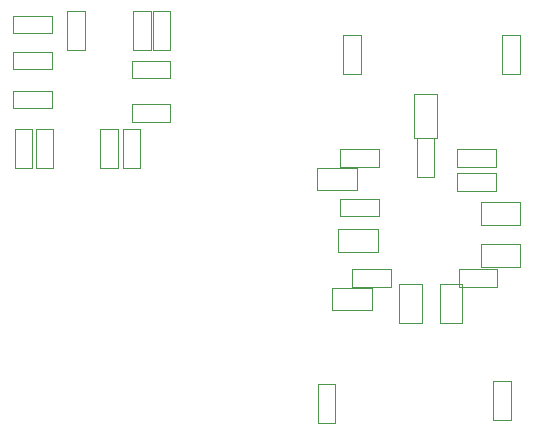
<source format=gbr>
G04 #@! TF.GenerationSoftware,KiCad,Pcbnew,(5.1.2-1)-1*
G04 #@! TF.CreationDate,2020-07-07T12:37:09+01:00*
G04 #@! TF.ProjectId,MZ80-80CLR,4d5a3830-2d38-4304-934c-522e6b696361,rev?*
G04 #@! TF.SameCoordinates,Original*
G04 #@! TF.FileFunction,Other,User*
%FSLAX46Y46*%
G04 Gerber Fmt 4.6, Leading zero omitted, Abs format (unit mm)*
G04 Created by KiCad (PCBNEW (5.1.2-1)-1) date 2020-07-07 12:37:09*
%MOMM*%
%LPD*%
G04 APERTURE LIST*
%ADD10C,0.050000*%
G04 APERTURE END LIST*
D10*
X113096000Y-77314000D02*
X113096000Y-80674000D01*
X114996000Y-77314000D02*
X113096000Y-77314000D01*
X114996000Y-80674000D02*
X114996000Y-77314000D01*
X113096000Y-80674000D02*
X114996000Y-80674000D01*
X116525000Y-77314000D02*
X116525000Y-80674000D01*
X118425000Y-77314000D02*
X116525000Y-77314000D01*
X118425000Y-80674000D02*
X118425000Y-77314000D01*
X116525000Y-80674000D02*
X118425000Y-80674000D01*
X119986000Y-72324000D02*
X123346000Y-72324000D01*
X119986000Y-70424000D02*
X119986000Y-72324000D01*
X123346000Y-70424000D02*
X119986000Y-70424000D01*
X123346000Y-72324000D02*
X123346000Y-70424000D01*
X110773000Y-77663000D02*
X107413000Y-77663000D01*
X110773000Y-79563000D02*
X110773000Y-77663000D01*
X107413000Y-79563000D02*
X110773000Y-79563000D01*
X107413000Y-77663000D02*
X107413000Y-79563000D01*
X119986000Y-75880000D02*
X123346000Y-75880000D01*
X119986000Y-73980000D02*
X119986000Y-75880000D01*
X123346000Y-73980000D02*
X119986000Y-73980000D01*
X123346000Y-75880000D02*
X123346000Y-73980000D01*
X111281000Y-72710000D02*
X107921000Y-72710000D01*
X111281000Y-74610000D02*
X111281000Y-72710000D01*
X107921000Y-74610000D02*
X111281000Y-74610000D01*
X107921000Y-72710000D02*
X107921000Y-74610000D01*
X109503000Y-67503000D02*
X106143000Y-67503000D01*
X109503000Y-69403000D02*
X109503000Y-67503000D01*
X106143000Y-69403000D02*
X109503000Y-69403000D01*
X106143000Y-67503000D02*
X106143000Y-69403000D01*
X114366000Y-61269000D02*
X114366000Y-64969000D01*
X116266000Y-61269000D02*
X114366000Y-61269000D01*
X116266000Y-64969000D02*
X116266000Y-61269000D01*
X114366000Y-64969000D02*
X116266000Y-64969000D01*
X80550000Y-64263000D02*
X80550000Y-67563000D01*
X82010000Y-64263000D02*
X80550000Y-64263000D01*
X82010000Y-67563000D02*
X82010000Y-64263000D01*
X80550000Y-67563000D02*
X82010000Y-67563000D01*
X83692000Y-60992000D02*
X80392000Y-60992000D01*
X83692000Y-62452000D02*
X83692000Y-60992000D01*
X80392000Y-62452000D02*
X83692000Y-62452000D01*
X80392000Y-60992000D02*
X80392000Y-62452000D01*
X82328000Y-64263000D02*
X82328000Y-67563000D01*
X83788000Y-64263000D02*
X82328000Y-64263000D01*
X83788000Y-67563000D02*
X83788000Y-64263000D01*
X82328000Y-67563000D02*
X83788000Y-67563000D01*
X87789000Y-64263000D02*
X87789000Y-67563000D01*
X89249000Y-64263000D02*
X87789000Y-64263000D01*
X89249000Y-67563000D02*
X89249000Y-64263000D01*
X87789000Y-67563000D02*
X89249000Y-67563000D01*
X83692000Y-57690000D02*
X80392000Y-57690000D01*
X83692000Y-59150000D02*
X83692000Y-57690000D01*
X80392000Y-59150000D02*
X83692000Y-59150000D01*
X80392000Y-57690000D02*
X80392000Y-59150000D01*
X92043000Y-57530000D02*
X92043000Y-54230000D01*
X90583000Y-57530000D02*
X92043000Y-57530000D01*
X90583000Y-54230000D02*
X90583000Y-57530000D01*
X92043000Y-54230000D02*
X90583000Y-54230000D01*
X93694000Y-57530000D02*
X93694000Y-54230000D01*
X92234000Y-57530000D02*
X93694000Y-57530000D01*
X92234000Y-54230000D02*
X92234000Y-57530000D01*
X93694000Y-54230000D02*
X92234000Y-54230000D01*
X90425000Y-59912000D02*
X93725000Y-59912000D01*
X90425000Y-58452000D02*
X90425000Y-59912000D01*
X93725000Y-58452000D02*
X90425000Y-58452000D01*
X93725000Y-59912000D02*
X93725000Y-58452000D01*
X86455000Y-57530000D02*
X86455000Y-54230000D01*
X84995000Y-57530000D02*
X86455000Y-57530000D01*
X84995000Y-54230000D02*
X84995000Y-57530000D01*
X86455000Y-54230000D02*
X84995000Y-54230000D01*
X89694000Y-64263000D02*
X89694000Y-67563000D01*
X91154000Y-64263000D02*
X89694000Y-64263000D01*
X91154000Y-67563000D02*
X91154000Y-64263000D01*
X89694000Y-67563000D02*
X91154000Y-67563000D01*
X90425000Y-63595000D02*
X93725000Y-63595000D01*
X90425000Y-62135000D02*
X90425000Y-63595000D01*
X93725000Y-62135000D02*
X90425000Y-62135000D01*
X93725000Y-63595000D02*
X93725000Y-62135000D01*
X83692000Y-54642000D02*
X80392000Y-54642000D01*
X83692000Y-56102000D02*
X83692000Y-54642000D01*
X80392000Y-56102000D02*
X83692000Y-56102000D01*
X80392000Y-54642000D02*
X80392000Y-56102000D01*
X112394000Y-76105000D02*
X109094000Y-76105000D01*
X112394000Y-77565000D02*
X112394000Y-76105000D01*
X109094000Y-77565000D02*
X112394000Y-77565000D01*
X109094000Y-76105000D02*
X109094000Y-77565000D01*
X117984000Y-67405000D02*
X121284000Y-67405000D01*
X117984000Y-65945000D02*
X117984000Y-67405000D01*
X121284000Y-65945000D02*
X117984000Y-65945000D01*
X121284000Y-67405000D02*
X121284000Y-65945000D01*
X117984000Y-69437000D02*
X121284000Y-69437000D01*
X117984000Y-67977000D02*
X117984000Y-69437000D01*
X121284000Y-67977000D02*
X117984000Y-67977000D01*
X121284000Y-69437000D02*
X121284000Y-67977000D01*
X111378000Y-70136000D02*
X108078000Y-70136000D01*
X111378000Y-71596000D02*
X111378000Y-70136000D01*
X108078000Y-71596000D02*
X111378000Y-71596000D01*
X108078000Y-70136000D02*
X108078000Y-71596000D01*
X116046000Y-65025000D02*
X114586000Y-65025000D01*
X114586000Y-65025000D02*
X114586000Y-68325000D01*
X114586000Y-68325000D02*
X116046000Y-68325000D01*
X116046000Y-68325000D02*
X116046000Y-65025000D01*
X111378000Y-65945000D02*
X108078000Y-65945000D01*
X111378000Y-67405000D02*
X111378000Y-65945000D01*
X108078000Y-67405000D02*
X111378000Y-67405000D01*
X108078000Y-65945000D02*
X108078000Y-67405000D01*
X118111000Y-77565000D02*
X121411000Y-77565000D01*
X118111000Y-76105000D02*
X118111000Y-77565000D01*
X121411000Y-76105000D02*
X118111000Y-76105000D01*
X121411000Y-77565000D02*
X121411000Y-76105000D01*
X108363000Y-56262000D02*
X108363000Y-59562000D01*
X109823000Y-56262000D02*
X108363000Y-56262000D01*
X109823000Y-59562000D02*
X109823000Y-56262000D01*
X108363000Y-59562000D02*
X109823000Y-59562000D01*
X107664000Y-89153000D02*
X107664000Y-85853000D01*
X106204000Y-89153000D02*
X107664000Y-89153000D01*
X106204000Y-85853000D02*
X106204000Y-89153000D01*
X107664000Y-85853000D02*
X106204000Y-85853000D01*
X122523000Y-88899000D02*
X122523000Y-85599000D01*
X121063000Y-88899000D02*
X122523000Y-88899000D01*
X121063000Y-85599000D02*
X121063000Y-88899000D01*
X122523000Y-85599000D02*
X121063000Y-85599000D01*
X121825000Y-56262000D02*
X121825000Y-59562000D01*
X123285000Y-56262000D02*
X121825000Y-56262000D01*
X123285000Y-59562000D02*
X123285000Y-56262000D01*
X121825000Y-59562000D02*
X123285000Y-59562000D01*
M02*

</source>
